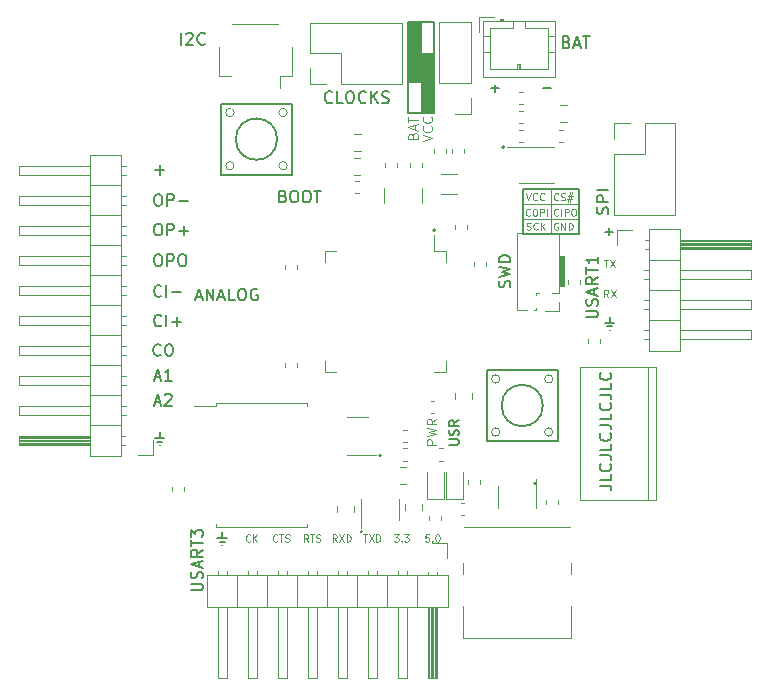
<source format=gto>
%TF.GenerationSoftware,KiCad,Pcbnew,(5.1.6-0-10_14)*%
%TF.CreationDate,2021-04-22T17:40:41-07:00*%
%TF.ProjectId,BetsyBoardBig,42657473-7942-46f6-9172-644269672e6b,rev?*%
%TF.SameCoordinates,Original*%
%TF.FileFunction,Legend,Top*%
%TF.FilePolarity,Positive*%
%FSLAX46Y46*%
G04 Gerber Fmt 4.6, Leading zero omitted, Abs format (unit mm)*
G04 Created by KiCad (PCBNEW (5.1.6-0-10_14)) date 2021-04-22 17:40:41*
%MOMM*%
%LPD*%
G01*
G04 APERTURE LIST*
%ADD10C,0.150000*%
%ADD11C,0.120000*%
%ADD12C,0.100000*%
%ADD13C,0.125000*%
G04 APERTURE END LIST*
D10*
X138650000Y-68250000D02*
X139250000Y-68250000D01*
X138950000Y-67950000D02*
X138950000Y-68550000D01*
D11*
X123161904Y-60566666D02*
X123961904Y-60300000D01*
X123161904Y-60033333D01*
X123885714Y-59309523D02*
X123923809Y-59347619D01*
X123961904Y-59461904D01*
X123961904Y-59538095D01*
X123923809Y-59652380D01*
X123847619Y-59728571D01*
X123771428Y-59766666D01*
X123619047Y-59804761D01*
X123504761Y-59804761D01*
X123352380Y-59766666D01*
X123276190Y-59728571D01*
X123200000Y-59652380D01*
X123161904Y-59538095D01*
X123161904Y-59461904D01*
X123200000Y-59347619D01*
X123238095Y-59309523D01*
X123885714Y-58509523D02*
X123923809Y-58547619D01*
X123961904Y-58661904D01*
X123961904Y-58738095D01*
X123923809Y-58852380D01*
X123847619Y-58928571D01*
X123771428Y-58966666D01*
X123619047Y-59004761D01*
X123504761Y-59004761D01*
X123352380Y-58966666D01*
X123276190Y-58928571D01*
X123200000Y-58852380D01*
X123161904Y-58738095D01*
X123161904Y-58661904D01*
X123200000Y-58547619D01*
X123238095Y-58509523D01*
X122342857Y-60090476D02*
X122380952Y-59976190D01*
X122419047Y-59938095D01*
X122495238Y-59900000D01*
X122609523Y-59900000D01*
X122685714Y-59938095D01*
X122723809Y-59976190D01*
X122761904Y-60052380D01*
X122761904Y-60357142D01*
X121961904Y-60357142D01*
X121961904Y-60090476D01*
X122000000Y-60014285D01*
X122038095Y-59976190D01*
X122114285Y-59938095D01*
X122190476Y-59938095D01*
X122266666Y-59976190D01*
X122304761Y-60014285D01*
X122342857Y-60090476D01*
X122342857Y-60357142D01*
X122533333Y-59595238D02*
X122533333Y-59214285D01*
X122761904Y-59671428D02*
X121961904Y-59404761D01*
X122761904Y-59138095D01*
X121961904Y-58985714D02*
X121961904Y-58528571D01*
X122761904Y-58757142D02*
X121961904Y-58757142D01*
D12*
G36*
X124100000Y-58200000D02*
G01*
X123000000Y-58200000D01*
X123000000Y-53100000D01*
X124100000Y-53100000D01*
X124100000Y-58200000D01*
G37*
X124100000Y-58200000D02*
X123000000Y-58200000D01*
X123000000Y-53100000D01*
X124100000Y-53100000D01*
X124100000Y-58200000D01*
G36*
X123000000Y-55600000D02*
G01*
X121900000Y-55600000D01*
X121900000Y-50500000D01*
X123000000Y-50500000D01*
X123000000Y-55600000D01*
G37*
X123000000Y-55600000D02*
X121900000Y-55600000D01*
X121900000Y-50500000D01*
X123000000Y-50500000D01*
X123000000Y-55600000D01*
D10*
X122000000Y-58200000D02*
X124100000Y-58200000D01*
X124100000Y-50500000D02*
X124100000Y-58200000D01*
X124100000Y-50500000D02*
X121900000Y-50500000D01*
X121900000Y-50500000D02*
X121900000Y-58200000D01*
X111342857Y-65228571D02*
X111485714Y-65276190D01*
X111533333Y-65323809D01*
X111580952Y-65419047D01*
X111580952Y-65561904D01*
X111533333Y-65657142D01*
X111485714Y-65704761D01*
X111390476Y-65752380D01*
X111009523Y-65752380D01*
X111009523Y-64752380D01*
X111342857Y-64752380D01*
X111438095Y-64800000D01*
X111485714Y-64847619D01*
X111533333Y-64942857D01*
X111533333Y-65038095D01*
X111485714Y-65133333D01*
X111438095Y-65180952D01*
X111342857Y-65228571D01*
X111009523Y-65228571D01*
X112200000Y-64752380D02*
X112390476Y-64752380D01*
X112485714Y-64800000D01*
X112580952Y-64895238D01*
X112628571Y-65085714D01*
X112628571Y-65419047D01*
X112580952Y-65609523D01*
X112485714Y-65704761D01*
X112390476Y-65752380D01*
X112200000Y-65752380D01*
X112104761Y-65704761D01*
X112009523Y-65609523D01*
X111961904Y-65419047D01*
X111961904Y-65085714D01*
X112009523Y-64895238D01*
X112104761Y-64800000D01*
X112200000Y-64752380D01*
X113247619Y-64752380D02*
X113438095Y-64752380D01*
X113533333Y-64800000D01*
X113628571Y-64895238D01*
X113676190Y-65085714D01*
X113676190Y-65419047D01*
X113628571Y-65609523D01*
X113533333Y-65704761D01*
X113438095Y-65752380D01*
X113247619Y-65752380D01*
X113152380Y-65704761D01*
X113057142Y-65609523D01*
X113009523Y-65419047D01*
X113009523Y-65085714D01*
X113057142Y-64895238D01*
X113152380Y-64800000D01*
X113247619Y-64752380D01*
X113961904Y-64752380D02*
X114533333Y-64752380D01*
X114247619Y-65752380D02*
X114247619Y-64752380D01*
X133400000Y-56100000D02*
X134000000Y-56100000D01*
X129300000Y-55800000D02*
X129300000Y-56400000D01*
X129000000Y-56100000D02*
X129600000Y-56100000D01*
D12*
X131700000Y-67200000D02*
X136400000Y-67200000D01*
X131700000Y-65900000D02*
X136400000Y-65900000D01*
X134000000Y-64600000D02*
X134000000Y-68400000D01*
D10*
X131700000Y-68400000D02*
X131700000Y-64600000D01*
X136400000Y-68400000D02*
X131700000Y-68400000D01*
X136400000Y-64600000D02*
X136400000Y-68400000D01*
X131700000Y-64600000D02*
X136400000Y-64600000D01*
D12*
X134622142Y-67500000D02*
X134565000Y-67471428D01*
X134479285Y-67471428D01*
X134393571Y-67500000D01*
X134336428Y-67557142D01*
X134307857Y-67614285D01*
X134279285Y-67728571D01*
X134279285Y-67814285D01*
X134307857Y-67928571D01*
X134336428Y-67985714D01*
X134393571Y-68042857D01*
X134479285Y-68071428D01*
X134536428Y-68071428D01*
X134622142Y-68042857D01*
X134650714Y-68014285D01*
X134650714Y-67814285D01*
X134536428Y-67814285D01*
X134907857Y-68071428D02*
X134907857Y-67471428D01*
X135250714Y-68071428D01*
X135250714Y-67471428D01*
X135536428Y-68071428D02*
X135536428Y-67471428D01*
X135679285Y-67471428D01*
X135765000Y-67500000D01*
X135822142Y-67557142D01*
X135850714Y-67614285D01*
X135879285Y-67728571D01*
X135879285Y-67814285D01*
X135850714Y-67928571D01*
X135822142Y-67985714D01*
X135765000Y-68042857D01*
X135679285Y-68071428D01*
X135536428Y-68071428D01*
X131979285Y-68042857D02*
X132065000Y-68071428D01*
X132207857Y-68071428D01*
X132265000Y-68042857D01*
X132293571Y-68014285D01*
X132322142Y-67957142D01*
X132322142Y-67900000D01*
X132293571Y-67842857D01*
X132265000Y-67814285D01*
X132207857Y-67785714D01*
X132093571Y-67757142D01*
X132036428Y-67728571D01*
X132007857Y-67700000D01*
X131979285Y-67642857D01*
X131979285Y-67585714D01*
X132007857Y-67528571D01*
X132036428Y-67500000D01*
X132093571Y-67471428D01*
X132236428Y-67471428D01*
X132322142Y-67500000D01*
X132922142Y-68014285D02*
X132893571Y-68042857D01*
X132807857Y-68071428D01*
X132750714Y-68071428D01*
X132665000Y-68042857D01*
X132607857Y-67985714D01*
X132579285Y-67928571D01*
X132550714Y-67814285D01*
X132550714Y-67728571D01*
X132579285Y-67614285D01*
X132607857Y-67557142D01*
X132665000Y-67500000D01*
X132750714Y-67471428D01*
X132807857Y-67471428D01*
X132893571Y-67500000D01*
X132922142Y-67528571D01*
X133179285Y-68071428D02*
X133179285Y-67471428D01*
X133522142Y-68071428D02*
X133265000Y-67728571D01*
X133522142Y-67471428D02*
X133179285Y-67814285D01*
X134650714Y-66814285D02*
X134622142Y-66842857D01*
X134536428Y-66871428D01*
X134479285Y-66871428D01*
X134393571Y-66842857D01*
X134336428Y-66785714D01*
X134307857Y-66728571D01*
X134279285Y-66614285D01*
X134279285Y-66528571D01*
X134307857Y-66414285D01*
X134336428Y-66357142D01*
X134393571Y-66300000D01*
X134479285Y-66271428D01*
X134536428Y-66271428D01*
X134622142Y-66300000D01*
X134650714Y-66328571D01*
X134907857Y-66871428D02*
X134907857Y-66271428D01*
X135193571Y-66871428D02*
X135193571Y-66271428D01*
X135422142Y-66271428D01*
X135479285Y-66300000D01*
X135507857Y-66328571D01*
X135536428Y-66385714D01*
X135536428Y-66471428D01*
X135507857Y-66528571D01*
X135479285Y-66557142D01*
X135422142Y-66585714D01*
X135193571Y-66585714D01*
X135907857Y-66271428D02*
X136022142Y-66271428D01*
X136079285Y-66300000D01*
X136136428Y-66357142D01*
X136165000Y-66471428D01*
X136165000Y-66671428D01*
X136136428Y-66785714D01*
X136079285Y-66842857D01*
X136022142Y-66871428D01*
X135907857Y-66871428D01*
X135850714Y-66842857D01*
X135793571Y-66785714D01*
X135765000Y-66671428D01*
X135765000Y-66471428D01*
X135793571Y-66357142D01*
X135850714Y-66300000D01*
X135907857Y-66271428D01*
X132250714Y-66814285D02*
X132222142Y-66842857D01*
X132136428Y-66871428D01*
X132079285Y-66871428D01*
X131993571Y-66842857D01*
X131936428Y-66785714D01*
X131907857Y-66728571D01*
X131879285Y-66614285D01*
X131879285Y-66528571D01*
X131907857Y-66414285D01*
X131936428Y-66357142D01*
X131993571Y-66300000D01*
X132079285Y-66271428D01*
X132136428Y-66271428D01*
X132222142Y-66300000D01*
X132250714Y-66328571D01*
X132622142Y-66271428D02*
X132736428Y-66271428D01*
X132793571Y-66300000D01*
X132850714Y-66357142D01*
X132879285Y-66471428D01*
X132879285Y-66671428D01*
X132850714Y-66785714D01*
X132793571Y-66842857D01*
X132736428Y-66871428D01*
X132622142Y-66871428D01*
X132565000Y-66842857D01*
X132507857Y-66785714D01*
X132479285Y-66671428D01*
X132479285Y-66471428D01*
X132507857Y-66357142D01*
X132565000Y-66300000D01*
X132622142Y-66271428D01*
X133136428Y-66871428D02*
X133136428Y-66271428D01*
X133365000Y-66271428D01*
X133422142Y-66300000D01*
X133450714Y-66328571D01*
X133479285Y-66385714D01*
X133479285Y-66471428D01*
X133450714Y-66528571D01*
X133422142Y-66557142D01*
X133365000Y-66585714D01*
X133136428Y-66585714D01*
X133736428Y-66871428D02*
X133736428Y-66271428D01*
X134650714Y-65514285D02*
X134622142Y-65542857D01*
X134536428Y-65571428D01*
X134479285Y-65571428D01*
X134393571Y-65542857D01*
X134336428Y-65485714D01*
X134307857Y-65428571D01*
X134279285Y-65314285D01*
X134279285Y-65228571D01*
X134307857Y-65114285D01*
X134336428Y-65057142D01*
X134393571Y-65000000D01*
X134479285Y-64971428D01*
X134536428Y-64971428D01*
X134622142Y-65000000D01*
X134650714Y-65028571D01*
X134879285Y-65542857D02*
X134965000Y-65571428D01*
X135107857Y-65571428D01*
X135165000Y-65542857D01*
X135193571Y-65514285D01*
X135222142Y-65457142D01*
X135222142Y-65400000D01*
X135193571Y-65342857D01*
X135165000Y-65314285D01*
X135107857Y-65285714D01*
X134993571Y-65257142D01*
X134936428Y-65228571D01*
X134907857Y-65200000D01*
X134879285Y-65142857D01*
X134879285Y-65085714D01*
X134907857Y-65028571D01*
X134936428Y-65000000D01*
X134993571Y-64971428D01*
X135136428Y-64971428D01*
X135222142Y-65000000D01*
X135450714Y-65171428D02*
X135879285Y-65171428D01*
X135622142Y-64914285D02*
X135450714Y-65685714D01*
X135822142Y-65428571D02*
X135393571Y-65428571D01*
X135650714Y-65685714D02*
X135822142Y-64914285D01*
X131922142Y-64971428D02*
X132122142Y-65571428D01*
X132322142Y-64971428D01*
X132865000Y-65514285D02*
X132836428Y-65542857D01*
X132750714Y-65571428D01*
X132693571Y-65571428D01*
X132607857Y-65542857D01*
X132550714Y-65485714D01*
X132522142Y-65428571D01*
X132493571Y-65314285D01*
X132493571Y-65228571D01*
X132522142Y-65114285D01*
X132550714Y-65057142D01*
X132607857Y-65000000D01*
X132693571Y-64971428D01*
X132750714Y-64971428D01*
X132836428Y-65000000D01*
X132865000Y-65028571D01*
X133465000Y-65514285D02*
X133436428Y-65542857D01*
X133350714Y-65571428D01*
X133293571Y-65571428D01*
X133207857Y-65542857D01*
X133150714Y-65485714D01*
X133122142Y-65428571D01*
X133093571Y-65314285D01*
X133093571Y-65228571D01*
X133122142Y-65114285D01*
X133150714Y-65057142D01*
X133207857Y-65000000D01*
X133293571Y-64971428D01*
X133350714Y-64971428D01*
X133436428Y-65000000D01*
X133465000Y-65028571D01*
D10*
X139000000Y-75450000D02*
X139000000Y-75950000D01*
X138600000Y-75950000D02*
X139400000Y-75950000D01*
X138800000Y-76250000D02*
X139200000Y-76250000D01*
X139000000Y-76550000D02*
X139000000Y-76550000D01*
D12*
X138900000Y-73771428D02*
X138700000Y-73485714D01*
X138557142Y-73771428D02*
X138557142Y-73171428D01*
X138785714Y-73171428D01*
X138842857Y-73200000D01*
X138871428Y-73228571D01*
X138900000Y-73285714D01*
X138900000Y-73371428D01*
X138871428Y-73428571D01*
X138842857Y-73457142D01*
X138785714Y-73485714D01*
X138557142Y-73485714D01*
X139100000Y-73171428D02*
X139500000Y-73771428D01*
X139500000Y-73171428D02*
X139100000Y-73771428D01*
X138542857Y-70621428D02*
X138885714Y-70621428D01*
X138714285Y-71221428D02*
X138714285Y-70621428D01*
X139028571Y-70621428D02*
X139428571Y-71221428D01*
X139428571Y-70621428D02*
X139028571Y-71221428D01*
D10*
X106200000Y-93700000D02*
X106200000Y-94200000D01*
X105800000Y-94200000D02*
X106600000Y-94200000D01*
X106000000Y-94500000D02*
X106400000Y-94500000D01*
X106200000Y-94800000D02*
X106200000Y-94800000D01*
D12*
X123714285Y-93871428D02*
X123428571Y-93871428D01*
X123400000Y-94157142D01*
X123428571Y-94128571D01*
X123485714Y-94100000D01*
X123628571Y-94100000D01*
X123685714Y-94128571D01*
X123714285Y-94157142D01*
X123742857Y-94214285D01*
X123742857Y-94357142D01*
X123714285Y-94414285D01*
X123685714Y-94442857D01*
X123628571Y-94471428D01*
X123485714Y-94471428D01*
X123428571Y-94442857D01*
X123400000Y-94414285D01*
X124000000Y-94414285D02*
X124028571Y-94442857D01*
X124000000Y-94471428D01*
X123971428Y-94442857D01*
X124000000Y-94414285D01*
X124000000Y-94471428D01*
X124400000Y-93871428D02*
X124457142Y-93871428D01*
X124514285Y-93900000D01*
X124542857Y-93928571D01*
X124571428Y-93985714D01*
X124600000Y-94100000D01*
X124600000Y-94242857D01*
X124571428Y-94357142D01*
X124542857Y-94414285D01*
X124514285Y-94442857D01*
X124457142Y-94471428D01*
X124400000Y-94471428D01*
X124342857Y-94442857D01*
X124314285Y-94414285D01*
X124285714Y-94357142D01*
X124257142Y-94242857D01*
X124257142Y-94100000D01*
X124285714Y-93985714D01*
X124314285Y-93928571D01*
X124342857Y-93900000D01*
X124400000Y-93871428D01*
X120771428Y-93871428D02*
X121142857Y-93871428D01*
X120942857Y-94100000D01*
X121028571Y-94100000D01*
X121085714Y-94128571D01*
X121114285Y-94157142D01*
X121142857Y-94214285D01*
X121142857Y-94357142D01*
X121114285Y-94414285D01*
X121085714Y-94442857D01*
X121028571Y-94471428D01*
X120857142Y-94471428D01*
X120800000Y-94442857D01*
X120771428Y-94414285D01*
X121400000Y-94414285D02*
X121428571Y-94442857D01*
X121400000Y-94471428D01*
X121371428Y-94442857D01*
X121400000Y-94414285D01*
X121400000Y-94471428D01*
X121628571Y-93871428D02*
X122000000Y-93871428D01*
X121800000Y-94100000D01*
X121885714Y-94100000D01*
X121942857Y-94128571D01*
X121971428Y-94157142D01*
X122000000Y-94214285D01*
X122000000Y-94357142D01*
X121971428Y-94414285D01*
X121942857Y-94442857D01*
X121885714Y-94471428D01*
X121714285Y-94471428D01*
X121657142Y-94442857D01*
X121628571Y-94414285D01*
X118142857Y-93871428D02*
X118485714Y-93871428D01*
X118314285Y-94471428D02*
X118314285Y-93871428D01*
X118628571Y-93871428D02*
X119028571Y-94471428D01*
X119028571Y-93871428D02*
X118628571Y-94471428D01*
X119257142Y-94471428D02*
X119257142Y-93871428D01*
X119400000Y-93871428D01*
X119485714Y-93900000D01*
X119542857Y-93957142D01*
X119571428Y-94014285D01*
X119600000Y-94128571D01*
X119600000Y-94214285D01*
X119571428Y-94328571D01*
X119542857Y-94385714D01*
X119485714Y-94442857D01*
X119400000Y-94471428D01*
X119257142Y-94471428D01*
X115900000Y-94471428D02*
X115700000Y-94185714D01*
X115557142Y-94471428D02*
X115557142Y-93871428D01*
X115785714Y-93871428D01*
X115842857Y-93900000D01*
X115871428Y-93928571D01*
X115900000Y-93985714D01*
X115900000Y-94071428D01*
X115871428Y-94128571D01*
X115842857Y-94157142D01*
X115785714Y-94185714D01*
X115557142Y-94185714D01*
X116100000Y-93871428D02*
X116500000Y-94471428D01*
X116500000Y-93871428D02*
X116100000Y-94471428D01*
X116728571Y-94471428D02*
X116728571Y-93871428D01*
X116871428Y-93871428D01*
X116957142Y-93900000D01*
X117014285Y-93957142D01*
X117042857Y-94014285D01*
X117071428Y-94128571D01*
X117071428Y-94214285D01*
X117042857Y-94328571D01*
X117014285Y-94385714D01*
X116957142Y-94442857D01*
X116871428Y-94471428D01*
X116728571Y-94471428D01*
X113471428Y-94471428D02*
X113271428Y-94185714D01*
X113128571Y-94471428D02*
X113128571Y-93871428D01*
X113357142Y-93871428D01*
X113414285Y-93900000D01*
X113442857Y-93928571D01*
X113471428Y-93985714D01*
X113471428Y-94071428D01*
X113442857Y-94128571D01*
X113414285Y-94157142D01*
X113357142Y-94185714D01*
X113128571Y-94185714D01*
X113642857Y-93871428D02*
X113985714Y-93871428D01*
X113814285Y-94471428D02*
X113814285Y-93871428D01*
X114157142Y-94442857D02*
X114242857Y-94471428D01*
X114385714Y-94471428D01*
X114442857Y-94442857D01*
X114471428Y-94414285D01*
X114500000Y-94357142D01*
X114500000Y-94300000D01*
X114471428Y-94242857D01*
X114442857Y-94214285D01*
X114385714Y-94185714D01*
X114271428Y-94157142D01*
X114214285Y-94128571D01*
X114185714Y-94100000D01*
X114157142Y-94042857D01*
X114157142Y-93985714D01*
X114185714Y-93928571D01*
X114214285Y-93900000D01*
X114271428Y-93871428D01*
X114414285Y-93871428D01*
X114500000Y-93900000D01*
X110871428Y-94414285D02*
X110842857Y-94442857D01*
X110757142Y-94471428D01*
X110700000Y-94471428D01*
X110614285Y-94442857D01*
X110557142Y-94385714D01*
X110528571Y-94328571D01*
X110500000Y-94214285D01*
X110500000Y-94128571D01*
X110528571Y-94014285D01*
X110557142Y-93957142D01*
X110614285Y-93900000D01*
X110700000Y-93871428D01*
X110757142Y-93871428D01*
X110842857Y-93900000D01*
X110871428Y-93928571D01*
X111042857Y-93871428D02*
X111385714Y-93871428D01*
X111214285Y-94471428D02*
X111214285Y-93871428D01*
X111557142Y-94442857D02*
X111642857Y-94471428D01*
X111785714Y-94471428D01*
X111842857Y-94442857D01*
X111871428Y-94414285D01*
X111900000Y-94357142D01*
X111900000Y-94300000D01*
X111871428Y-94242857D01*
X111842857Y-94214285D01*
X111785714Y-94185714D01*
X111671428Y-94157142D01*
X111614285Y-94128571D01*
X111585714Y-94100000D01*
X111557142Y-94042857D01*
X111557142Y-93985714D01*
X111585714Y-93928571D01*
X111614285Y-93900000D01*
X111671428Y-93871428D01*
X111814285Y-93871428D01*
X111900000Y-93900000D01*
X108585714Y-94414285D02*
X108557142Y-94442857D01*
X108471428Y-94471428D01*
X108414285Y-94471428D01*
X108328571Y-94442857D01*
X108271428Y-94385714D01*
X108242857Y-94328571D01*
X108214285Y-94214285D01*
X108214285Y-94128571D01*
X108242857Y-94014285D01*
X108271428Y-93957142D01*
X108328571Y-93900000D01*
X108414285Y-93871428D01*
X108471428Y-93871428D01*
X108557142Y-93900000D01*
X108585714Y-93928571D01*
X108842857Y-94471428D02*
X108842857Y-93871428D01*
X109185714Y-94471428D02*
X108928571Y-94128571D01*
X109185714Y-93871428D02*
X108842857Y-94214285D01*
D10*
X130100000Y-61100000D02*
G75*
G03*
X130100000Y-61100000I-100000J0D01*
G01*
D12*
G36*
X135175000Y-72850000D02*
G01*
X134700000Y-72850000D01*
X134700000Y-70300000D01*
X135175000Y-70300000D01*
X135175000Y-72850000D01*
G37*
X135175000Y-72850000D02*
X134700000Y-72850000D01*
X134700000Y-70300000D01*
X135175000Y-70300000D01*
X135175000Y-72850000D01*
D10*
X138854761Y-66723809D02*
X138902380Y-66580952D01*
X138902380Y-66342857D01*
X138854761Y-66247619D01*
X138807142Y-66200000D01*
X138711904Y-66152380D01*
X138616666Y-66152380D01*
X138521428Y-66200000D01*
X138473809Y-66247619D01*
X138426190Y-66342857D01*
X138378571Y-66533333D01*
X138330952Y-66628571D01*
X138283333Y-66676190D01*
X138188095Y-66723809D01*
X138092857Y-66723809D01*
X137997619Y-66676190D01*
X137950000Y-66628571D01*
X137902380Y-66533333D01*
X137902380Y-66295238D01*
X137950000Y-66152380D01*
X138902380Y-65723809D02*
X137902380Y-65723809D01*
X137902380Y-65342857D01*
X137950000Y-65247619D01*
X137997619Y-65200000D01*
X138092857Y-65152380D01*
X138235714Y-65152380D01*
X138330952Y-65200000D01*
X138378571Y-65247619D01*
X138426190Y-65342857D01*
X138426190Y-65723809D01*
X138902380Y-64723809D02*
X137902380Y-64723809D01*
X100685714Y-65052380D02*
X100876190Y-65052380D01*
X100971428Y-65100000D01*
X101066666Y-65195238D01*
X101114285Y-65385714D01*
X101114285Y-65719047D01*
X101066666Y-65909523D01*
X100971428Y-66004761D01*
X100876190Y-66052380D01*
X100685714Y-66052380D01*
X100590476Y-66004761D01*
X100495238Y-65909523D01*
X100447619Y-65719047D01*
X100447619Y-65385714D01*
X100495238Y-65195238D01*
X100590476Y-65100000D01*
X100685714Y-65052380D01*
X101542857Y-66052380D02*
X101542857Y-65052380D01*
X101923809Y-65052380D01*
X102019047Y-65100000D01*
X102066666Y-65147619D01*
X102114285Y-65242857D01*
X102114285Y-65385714D01*
X102066666Y-65480952D01*
X102019047Y-65528571D01*
X101923809Y-65576190D01*
X101542857Y-65576190D01*
X102542857Y-65671428D02*
X103304761Y-65671428D01*
X100685714Y-67552380D02*
X100876190Y-67552380D01*
X100971428Y-67600000D01*
X101066666Y-67695238D01*
X101114285Y-67885714D01*
X101114285Y-68219047D01*
X101066666Y-68409523D01*
X100971428Y-68504761D01*
X100876190Y-68552380D01*
X100685714Y-68552380D01*
X100590476Y-68504761D01*
X100495238Y-68409523D01*
X100447619Y-68219047D01*
X100447619Y-67885714D01*
X100495238Y-67695238D01*
X100590476Y-67600000D01*
X100685714Y-67552380D01*
X101542857Y-68552380D02*
X101542857Y-67552380D01*
X101923809Y-67552380D01*
X102019047Y-67600000D01*
X102066666Y-67647619D01*
X102114285Y-67742857D01*
X102114285Y-67885714D01*
X102066666Y-67980952D01*
X102019047Y-68028571D01*
X101923809Y-68076190D01*
X101542857Y-68076190D01*
X102542857Y-68171428D02*
X103304761Y-68171428D01*
X102923809Y-68552380D02*
X102923809Y-67790476D01*
X100680952Y-70152380D02*
X100871428Y-70152380D01*
X100966666Y-70200000D01*
X101061904Y-70295238D01*
X101109523Y-70485714D01*
X101109523Y-70819047D01*
X101061904Y-71009523D01*
X100966666Y-71104761D01*
X100871428Y-71152380D01*
X100680952Y-71152380D01*
X100585714Y-71104761D01*
X100490476Y-71009523D01*
X100442857Y-70819047D01*
X100442857Y-70485714D01*
X100490476Y-70295238D01*
X100585714Y-70200000D01*
X100680952Y-70152380D01*
X101538095Y-71152380D02*
X101538095Y-70152380D01*
X101919047Y-70152380D01*
X102014285Y-70200000D01*
X102061904Y-70247619D01*
X102109523Y-70342857D01*
X102109523Y-70485714D01*
X102061904Y-70580952D01*
X102014285Y-70628571D01*
X101919047Y-70676190D01*
X101538095Y-70676190D01*
X102728571Y-70152380D02*
X102919047Y-70152380D01*
X103014285Y-70200000D01*
X103109523Y-70295238D01*
X103157142Y-70485714D01*
X103157142Y-70819047D01*
X103109523Y-71009523D01*
X103014285Y-71104761D01*
X102919047Y-71152380D01*
X102728571Y-71152380D01*
X102633333Y-71104761D01*
X102538095Y-71009523D01*
X102490476Y-70819047D01*
X102490476Y-70485714D01*
X102538095Y-70295238D01*
X102633333Y-70200000D01*
X102728571Y-70152380D01*
X101052380Y-73657142D02*
X101004761Y-73704761D01*
X100861904Y-73752380D01*
X100766666Y-73752380D01*
X100623809Y-73704761D01*
X100528571Y-73609523D01*
X100480952Y-73514285D01*
X100433333Y-73323809D01*
X100433333Y-73180952D01*
X100480952Y-72990476D01*
X100528571Y-72895238D01*
X100623809Y-72800000D01*
X100766666Y-72752380D01*
X100861904Y-72752380D01*
X101004761Y-72800000D01*
X101052380Y-72847619D01*
X101480952Y-73752380D02*
X101480952Y-72752380D01*
X101957142Y-73371428D02*
X102719047Y-73371428D01*
X101052380Y-76157142D02*
X101004761Y-76204761D01*
X100861904Y-76252380D01*
X100766666Y-76252380D01*
X100623809Y-76204761D01*
X100528571Y-76109523D01*
X100480952Y-76014285D01*
X100433333Y-75823809D01*
X100433333Y-75680952D01*
X100480952Y-75490476D01*
X100528571Y-75395238D01*
X100623809Y-75300000D01*
X100766666Y-75252380D01*
X100861904Y-75252380D01*
X101004761Y-75300000D01*
X101052380Y-75347619D01*
X101480952Y-76252380D02*
X101480952Y-75252380D01*
X101957142Y-75871428D02*
X102719047Y-75871428D01*
X102338095Y-76252380D02*
X102338095Y-75490476D01*
X100985714Y-78657142D02*
X100938095Y-78704761D01*
X100795238Y-78752380D01*
X100700000Y-78752380D01*
X100557142Y-78704761D01*
X100461904Y-78609523D01*
X100414285Y-78514285D01*
X100366666Y-78323809D01*
X100366666Y-78180952D01*
X100414285Y-77990476D01*
X100461904Y-77895238D01*
X100557142Y-77800000D01*
X100700000Y-77752380D01*
X100795238Y-77752380D01*
X100938095Y-77800000D01*
X100985714Y-77847619D01*
X101604761Y-77752380D02*
X101795238Y-77752380D01*
X101890476Y-77800000D01*
X101985714Y-77895238D01*
X102033333Y-78085714D01*
X102033333Y-78419047D01*
X101985714Y-78609523D01*
X101890476Y-78704761D01*
X101795238Y-78752380D01*
X101604761Y-78752380D01*
X101509523Y-78704761D01*
X101414285Y-78609523D01*
X101366666Y-78419047D01*
X101366666Y-78085714D01*
X101414285Y-77895238D01*
X101509523Y-77800000D01*
X101604761Y-77752380D01*
X100485714Y-82666666D02*
X100961904Y-82666666D01*
X100390476Y-82952380D02*
X100723809Y-81952380D01*
X101057142Y-82952380D01*
X101342857Y-82047619D02*
X101390476Y-82000000D01*
X101485714Y-81952380D01*
X101723809Y-81952380D01*
X101819047Y-82000000D01*
X101866666Y-82047619D01*
X101914285Y-82142857D01*
X101914285Y-82238095D01*
X101866666Y-82380952D01*
X101295238Y-82952380D01*
X101914285Y-82952380D01*
X100485714Y-80566666D02*
X100961904Y-80566666D01*
X100390476Y-80852380D02*
X100723809Y-79852380D01*
X101057142Y-80852380D01*
X101914285Y-80852380D02*
X101342857Y-80852380D01*
X101628571Y-80852380D02*
X101628571Y-79852380D01*
X101533333Y-79995238D01*
X101438095Y-80090476D01*
X101342857Y-80138095D01*
X100900000Y-86300000D02*
X100900000Y-86300000D01*
X100700000Y-86000000D02*
X101100000Y-86000000D01*
X100500000Y-85700000D02*
X101300000Y-85700000D01*
X100900000Y-85200000D02*
X100900000Y-85700000D01*
X100900000Y-62600000D02*
X100900000Y-63400000D01*
X100500000Y-63000000D02*
X101300000Y-63000000D01*
X138152380Y-89744047D02*
X138866666Y-89744047D01*
X139009523Y-89791666D01*
X139104761Y-89886904D01*
X139152380Y-90029761D01*
X139152380Y-90125000D01*
X139152380Y-88791666D02*
X139152380Y-89267857D01*
X138152380Y-89267857D01*
X139057142Y-87886904D02*
X139104761Y-87934523D01*
X139152380Y-88077380D01*
X139152380Y-88172619D01*
X139104761Y-88315476D01*
X139009523Y-88410714D01*
X138914285Y-88458333D01*
X138723809Y-88505952D01*
X138580952Y-88505952D01*
X138390476Y-88458333D01*
X138295238Y-88410714D01*
X138200000Y-88315476D01*
X138152380Y-88172619D01*
X138152380Y-88077380D01*
X138200000Y-87934523D01*
X138247619Y-87886904D01*
X138152380Y-87172619D02*
X138866666Y-87172619D01*
X139009523Y-87220238D01*
X139104761Y-87315476D01*
X139152380Y-87458333D01*
X139152380Y-87553571D01*
X139152380Y-86220238D02*
X139152380Y-86696428D01*
X138152380Y-86696428D01*
X139057142Y-85315476D02*
X139104761Y-85363095D01*
X139152380Y-85505952D01*
X139152380Y-85601190D01*
X139104761Y-85744047D01*
X139009523Y-85839285D01*
X138914285Y-85886904D01*
X138723809Y-85934523D01*
X138580952Y-85934523D01*
X138390476Y-85886904D01*
X138295238Y-85839285D01*
X138200000Y-85744047D01*
X138152380Y-85601190D01*
X138152380Y-85505952D01*
X138200000Y-85363095D01*
X138247619Y-85315476D01*
X138152380Y-84601190D02*
X138866666Y-84601190D01*
X139009523Y-84648809D01*
X139104761Y-84744047D01*
X139152380Y-84886904D01*
X139152380Y-84982142D01*
X139152380Y-83648809D02*
X139152380Y-84125000D01*
X138152380Y-84125000D01*
X139057142Y-82744047D02*
X139104761Y-82791666D01*
X139152380Y-82934523D01*
X139152380Y-83029761D01*
X139104761Y-83172619D01*
X139009523Y-83267857D01*
X138914285Y-83315476D01*
X138723809Y-83363095D01*
X138580952Y-83363095D01*
X138390476Y-83315476D01*
X138295238Y-83267857D01*
X138200000Y-83172619D01*
X138152380Y-83029761D01*
X138152380Y-82934523D01*
X138200000Y-82791666D01*
X138247619Y-82744047D01*
X138152380Y-82029761D02*
X138866666Y-82029761D01*
X139009523Y-82077380D01*
X139104761Y-82172619D01*
X139152380Y-82315476D01*
X139152380Y-82410714D01*
X139152380Y-81077380D02*
X139152380Y-81553571D01*
X138152380Y-81553571D01*
X139057142Y-80172619D02*
X139104761Y-80220238D01*
X139152380Y-80363095D01*
X139152380Y-80458333D01*
X139104761Y-80601190D01*
X139009523Y-80696428D01*
X138914285Y-80744047D01*
X138723809Y-80791666D01*
X138580952Y-80791666D01*
X138390476Y-80744047D01*
X138295238Y-80696428D01*
X138200000Y-80601190D01*
X138152380Y-80458333D01*
X138152380Y-80363095D01*
X138200000Y-80220238D01*
X138247619Y-80172619D01*
X118033800Y-93649800D02*
G75*
G03*
X118033800Y-93649800I-76200J0D01*
G01*
X119634000Y-87172800D02*
G75*
G03*
X119634000Y-87172800I-76200J0D01*
G01*
X132742000Y-89542200D02*
G75*
G03*
X132742000Y-89542200I-76200J0D01*
G01*
X130554761Y-72957142D02*
X130602380Y-72814285D01*
X130602380Y-72576190D01*
X130554761Y-72480952D01*
X130507142Y-72433333D01*
X130411904Y-72385714D01*
X130316666Y-72385714D01*
X130221428Y-72433333D01*
X130173809Y-72480952D01*
X130126190Y-72576190D01*
X130078571Y-72766666D01*
X130030952Y-72861904D01*
X129983333Y-72909523D01*
X129888095Y-72957142D01*
X129792857Y-72957142D01*
X129697619Y-72909523D01*
X129650000Y-72861904D01*
X129602380Y-72766666D01*
X129602380Y-72528571D01*
X129650000Y-72385714D01*
X129602380Y-72052380D02*
X130602380Y-71814285D01*
X129888095Y-71623809D01*
X130602380Y-71433333D01*
X129602380Y-71195238D01*
X130602380Y-70814285D02*
X129602380Y-70814285D01*
X129602380Y-70576190D01*
X129650000Y-70433333D01*
X129745238Y-70338095D01*
X129840476Y-70290476D01*
X130030952Y-70242857D01*
X130173809Y-70242857D01*
X130364285Y-70290476D01*
X130459523Y-70338095D01*
X130554761Y-70433333D01*
X130602380Y-70576190D01*
X130602380Y-70814285D01*
X137002380Y-75497619D02*
X137811904Y-75497619D01*
X137907142Y-75450000D01*
X137954761Y-75402380D01*
X138002380Y-75307142D01*
X138002380Y-75116666D01*
X137954761Y-75021428D01*
X137907142Y-74973809D01*
X137811904Y-74926190D01*
X137002380Y-74926190D01*
X137954761Y-74497619D02*
X138002380Y-74354761D01*
X138002380Y-74116666D01*
X137954761Y-74021428D01*
X137907142Y-73973809D01*
X137811904Y-73926190D01*
X137716666Y-73926190D01*
X137621428Y-73973809D01*
X137573809Y-74021428D01*
X137526190Y-74116666D01*
X137478571Y-74307142D01*
X137430952Y-74402380D01*
X137383333Y-74450000D01*
X137288095Y-74497619D01*
X137192857Y-74497619D01*
X137097619Y-74450000D01*
X137050000Y-74402380D01*
X137002380Y-74307142D01*
X137002380Y-74069047D01*
X137050000Y-73926190D01*
X137716666Y-73545238D02*
X137716666Y-73069047D01*
X138002380Y-73640476D02*
X137002380Y-73307142D01*
X138002380Y-72973809D01*
X138002380Y-72069047D02*
X137526190Y-72402380D01*
X138002380Y-72640476D02*
X137002380Y-72640476D01*
X137002380Y-72259523D01*
X137050000Y-72164285D01*
X137097619Y-72116666D01*
X137192857Y-72069047D01*
X137335714Y-72069047D01*
X137430952Y-72116666D01*
X137478571Y-72164285D01*
X137526190Y-72259523D01*
X137526190Y-72640476D01*
X137002380Y-71783333D02*
X137002380Y-71211904D01*
X138002380Y-71497619D02*
X137002380Y-71497619D01*
X138002380Y-70354761D02*
X138002380Y-70926190D01*
X138002380Y-70640476D02*
X137002380Y-70640476D01*
X137145238Y-70735714D01*
X137240476Y-70830952D01*
X137288095Y-70926190D01*
X103552380Y-98597619D02*
X104361904Y-98597619D01*
X104457142Y-98550000D01*
X104504761Y-98502380D01*
X104552380Y-98407142D01*
X104552380Y-98216666D01*
X104504761Y-98121428D01*
X104457142Y-98073809D01*
X104361904Y-98026190D01*
X103552380Y-98026190D01*
X104504761Y-97597619D02*
X104552380Y-97454761D01*
X104552380Y-97216666D01*
X104504761Y-97121428D01*
X104457142Y-97073809D01*
X104361904Y-97026190D01*
X104266666Y-97026190D01*
X104171428Y-97073809D01*
X104123809Y-97121428D01*
X104076190Y-97216666D01*
X104028571Y-97407142D01*
X103980952Y-97502380D01*
X103933333Y-97550000D01*
X103838095Y-97597619D01*
X103742857Y-97597619D01*
X103647619Y-97550000D01*
X103600000Y-97502380D01*
X103552380Y-97407142D01*
X103552380Y-97169047D01*
X103600000Y-97026190D01*
X104266666Y-96645238D02*
X104266666Y-96169047D01*
X104552380Y-96740476D02*
X103552380Y-96407142D01*
X104552380Y-96073809D01*
X104552380Y-95169047D02*
X104076190Y-95502380D01*
X104552380Y-95740476D02*
X103552380Y-95740476D01*
X103552380Y-95359523D01*
X103600000Y-95264285D01*
X103647619Y-95216666D01*
X103742857Y-95169047D01*
X103885714Y-95169047D01*
X103980952Y-95216666D01*
X104028571Y-95264285D01*
X104076190Y-95359523D01*
X104076190Y-95740476D01*
X103552380Y-94883333D02*
X103552380Y-94311904D01*
X104552380Y-94597619D02*
X103552380Y-94597619D01*
X103552380Y-94073809D02*
X103552380Y-93454761D01*
X103933333Y-93788095D01*
X103933333Y-93645238D01*
X103980952Y-93550000D01*
X104028571Y-93502380D01*
X104123809Y-93454761D01*
X104361904Y-93454761D01*
X104457142Y-93502380D01*
X104504761Y-93550000D01*
X104552380Y-93645238D01*
X104552380Y-93930952D01*
X104504761Y-94026190D01*
X104457142Y-94073809D01*
X103980952Y-73766666D02*
X104457142Y-73766666D01*
X103885714Y-74052380D02*
X104219047Y-73052380D01*
X104552380Y-74052380D01*
X104885714Y-74052380D02*
X104885714Y-73052380D01*
X105457142Y-74052380D01*
X105457142Y-73052380D01*
X105885714Y-73766666D02*
X106361904Y-73766666D01*
X105790476Y-74052380D02*
X106123809Y-73052380D01*
X106457142Y-74052380D01*
X107266666Y-74052380D02*
X106790476Y-74052380D01*
X106790476Y-73052380D01*
X107790476Y-73052380D02*
X107980952Y-73052380D01*
X108076190Y-73100000D01*
X108171428Y-73195238D01*
X108219047Y-73385714D01*
X108219047Y-73719047D01*
X108171428Y-73909523D01*
X108076190Y-74004761D01*
X107980952Y-74052380D01*
X107790476Y-74052380D01*
X107695238Y-74004761D01*
X107600000Y-73909523D01*
X107552380Y-73719047D01*
X107552380Y-73385714D01*
X107600000Y-73195238D01*
X107695238Y-73100000D01*
X107790476Y-73052380D01*
X109171428Y-73100000D02*
X109076190Y-73052380D01*
X108933333Y-73052380D01*
X108790476Y-73100000D01*
X108695238Y-73195238D01*
X108647619Y-73290476D01*
X108600000Y-73480952D01*
X108600000Y-73623809D01*
X108647619Y-73814285D01*
X108695238Y-73909523D01*
X108790476Y-74004761D01*
X108933333Y-74052380D01*
X109028571Y-74052380D01*
X109171428Y-74004761D01*
X109219047Y-73957142D01*
X109219047Y-73623809D01*
X109028571Y-73623809D01*
D13*
X124311904Y-86266666D02*
X123511904Y-86266666D01*
X123511904Y-85961904D01*
X123550000Y-85885714D01*
X123588095Y-85847619D01*
X123664285Y-85809523D01*
X123778571Y-85809523D01*
X123854761Y-85847619D01*
X123892857Y-85885714D01*
X123930952Y-85961904D01*
X123930952Y-86266666D01*
X123511904Y-85542857D02*
X124311904Y-85352380D01*
X123740476Y-85200000D01*
X124311904Y-85047619D01*
X123511904Y-84857142D01*
X124311904Y-84095238D02*
X123930952Y-84361904D01*
X124311904Y-84552380D02*
X123511904Y-84552380D01*
X123511904Y-84247619D01*
X123550000Y-84171428D01*
X123588095Y-84133333D01*
X123664285Y-84095238D01*
X123778571Y-84095238D01*
X123854761Y-84133333D01*
X123892857Y-84171428D01*
X123930952Y-84247619D01*
X123930952Y-84552380D01*
D10*
X125411904Y-86259523D02*
X126059523Y-86259523D01*
X126135714Y-86221428D01*
X126173809Y-86183333D01*
X126211904Y-86107142D01*
X126211904Y-85954761D01*
X126173809Y-85878571D01*
X126135714Y-85840476D01*
X126059523Y-85802380D01*
X125411904Y-85802380D01*
X126173809Y-85459523D02*
X126211904Y-85345238D01*
X126211904Y-85154761D01*
X126173809Y-85078571D01*
X126135714Y-85040476D01*
X126059523Y-85002380D01*
X125983333Y-85002380D01*
X125907142Y-85040476D01*
X125869047Y-85078571D01*
X125830952Y-85154761D01*
X125792857Y-85307142D01*
X125754761Y-85383333D01*
X125716666Y-85421428D01*
X125640476Y-85459523D01*
X125564285Y-85459523D01*
X125488095Y-85421428D01*
X125450000Y-85383333D01*
X125411904Y-85307142D01*
X125411904Y-85116666D01*
X125450000Y-85002380D01*
X126211904Y-84202380D02*
X125830952Y-84469047D01*
X126211904Y-84659523D02*
X125411904Y-84659523D01*
X125411904Y-84354761D01*
X125450000Y-84278571D01*
X125488095Y-84240476D01*
X125564285Y-84202380D01*
X125678571Y-84202380D01*
X125754761Y-84240476D01*
X125792857Y-84278571D01*
X125830952Y-84354761D01*
X125830952Y-84659523D01*
X135355104Y-52176371D02*
X135497961Y-52223990D01*
X135545580Y-52271609D01*
X135593200Y-52366847D01*
X135593200Y-52509704D01*
X135545580Y-52604942D01*
X135497961Y-52652561D01*
X135402723Y-52700180D01*
X135021771Y-52700180D01*
X135021771Y-51700180D01*
X135355104Y-51700180D01*
X135450342Y-51747800D01*
X135497961Y-51795419D01*
X135545580Y-51890657D01*
X135545580Y-51985895D01*
X135497961Y-52081133D01*
X135450342Y-52128752D01*
X135355104Y-52176371D01*
X135021771Y-52176371D01*
X135974152Y-52414466D02*
X136450342Y-52414466D01*
X135878914Y-52700180D02*
X136212247Y-51700180D01*
X136545580Y-52700180D01*
X136736057Y-51700180D02*
X137307485Y-51700180D01*
X137021771Y-52700180D02*
X137021771Y-51700180D01*
X115504761Y-57257142D02*
X115457142Y-57304761D01*
X115314285Y-57352380D01*
X115219047Y-57352380D01*
X115076190Y-57304761D01*
X114980952Y-57209523D01*
X114933333Y-57114285D01*
X114885714Y-56923809D01*
X114885714Y-56780952D01*
X114933333Y-56590476D01*
X114980952Y-56495238D01*
X115076190Y-56400000D01*
X115219047Y-56352380D01*
X115314285Y-56352380D01*
X115457142Y-56400000D01*
X115504761Y-56447619D01*
X116409523Y-57352380D02*
X115933333Y-57352380D01*
X115933333Y-56352380D01*
X116933333Y-56352380D02*
X117123809Y-56352380D01*
X117219047Y-56400000D01*
X117314285Y-56495238D01*
X117361904Y-56685714D01*
X117361904Y-57019047D01*
X117314285Y-57209523D01*
X117219047Y-57304761D01*
X117123809Y-57352380D01*
X116933333Y-57352380D01*
X116838095Y-57304761D01*
X116742857Y-57209523D01*
X116695238Y-57019047D01*
X116695238Y-56685714D01*
X116742857Y-56495238D01*
X116838095Y-56400000D01*
X116933333Y-56352380D01*
X118361904Y-57257142D02*
X118314285Y-57304761D01*
X118171428Y-57352380D01*
X118076190Y-57352380D01*
X117933333Y-57304761D01*
X117838095Y-57209523D01*
X117790476Y-57114285D01*
X117742857Y-56923809D01*
X117742857Y-56780952D01*
X117790476Y-56590476D01*
X117838095Y-56495238D01*
X117933333Y-56400000D01*
X118076190Y-56352380D01*
X118171428Y-56352380D01*
X118314285Y-56400000D01*
X118361904Y-56447619D01*
X118790476Y-57352380D02*
X118790476Y-56352380D01*
X119361904Y-57352380D02*
X118933333Y-56780952D01*
X119361904Y-56352380D02*
X118790476Y-56923809D01*
X119742857Y-57304761D02*
X119885714Y-57352380D01*
X120123809Y-57352380D01*
X120219047Y-57304761D01*
X120266666Y-57257142D01*
X120314285Y-57161904D01*
X120314285Y-57066666D01*
X120266666Y-56971428D01*
X120219047Y-56923809D01*
X120123809Y-56876190D01*
X119933333Y-56828571D01*
X119838095Y-56780952D01*
X119790476Y-56733333D01*
X119742857Y-56638095D01*
X119742857Y-56542857D01*
X119790476Y-56447619D01*
X119838095Y-56400000D01*
X119933333Y-56352380D01*
X120171428Y-56352380D01*
X120314285Y-56400000D01*
X102723809Y-52402380D02*
X102723809Y-51402380D01*
X103152380Y-51497619D02*
X103200000Y-51450000D01*
X103295238Y-51402380D01*
X103533333Y-51402380D01*
X103628571Y-51450000D01*
X103676190Y-51497619D01*
X103723809Y-51592857D01*
X103723809Y-51688095D01*
X103676190Y-51830952D01*
X103104761Y-52402380D01*
X103723809Y-52402380D01*
X104723809Y-52307142D02*
X104676190Y-52354761D01*
X104533333Y-52402380D01*
X104438095Y-52402380D01*
X104295238Y-52354761D01*
X104200000Y-52259523D01*
X104152380Y-52164285D01*
X104104761Y-51973809D01*
X104104761Y-51830952D01*
X104152380Y-51640476D01*
X104200000Y-51545238D01*
X104295238Y-51450000D01*
X104438095Y-51402380D01*
X104533333Y-51402380D01*
X104676190Y-51450000D01*
X104723809Y-51497619D01*
X124250000Y-68100000D02*
G75*
G03*
X124250000Y-68100000I-100000J0D01*
G01*
D11*
%TO.C,J8*%
X142250000Y-79650000D02*
X142250000Y-90950000D01*
X136500000Y-79650000D02*
X142950000Y-79650000D01*
X136500000Y-90950000D02*
X142950000Y-90950000D01*
X136500000Y-90950000D02*
X136500000Y-79650000D01*
X142950000Y-79650000D02*
X142950000Y-90950000D01*
D10*
%TO.C,SW2*%
X110850000Y-60400000D02*
G75*
G03*
X110850000Y-60400000I-1750000J0D01*
G01*
X112100000Y-63400000D02*
X106100000Y-63400000D01*
X106100000Y-57400000D02*
X112100000Y-57400000D01*
X112100000Y-57400000D02*
X112100000Y-63400000D01*
X106100000Y-63400000D02*
X106100000Y-57400000D01*
D11*
X111703553Y-62650000D02*
G75*
G03*
X111703553Y-62650000I-353553J0D01*
G01*
X107203553Y-62650000D02*
G75*
G03*
X107203553Y-62650000I-353553J0D01*
G01*
X111703553Y-58150000D02*
G75*
G03*
X111703553Y-58150000I-353553J0D01*
G01*
X107203553Y-58150000D02*
G75*
G03*
X107203553Y-58150000I-353553J0D01*
G01*
D10*
%TO.C,SW3*%
X133350000Y-82950000D02*
G75*
G03*
X133350000Y-82950000I-1750000J0D01*
G01*
X134600000Y-79950000D02*
X134600000Y-85950000D01*
X128600000Y-85950000D02*
X128600000Y-79950000D01*
X128600000Y-79950000D02*
X134600000Y-79950000D01*
X134600000Y-85950000D02*
X128600000Y-85950000D01*
D11*
X134203553Y-80700000D02*
G75*
G03*
X134203553Y-80700000I-353553J0D01*
G01*
X134203553Y-85200000D02*
G75*
G03*
X134203553Y-85200000I-353553J0D01*
G01*
X129703553Y-80700000D02*
G75*
G03*
X129703553Y-80700000I-353553J0D01*
G01*
X129703553Y-85200000D02*
G75*
G03*
X129703553Y-85200000I-353553J0D01*
G01*
%TO.C,R9*%
X126990000Y-89562779D02*
X126990000Y-89237221D01*
X128010000Y-89562779D02*
X128010000Y-89237221D01*
%TO.C,R8*%
X133640000Y-91262779D02*
X133640000Y-90937221D01*
X134660000Y-91262779D02*
X134660000Y-90937221D01*
%TO.C,J3*%
X126580000Y-102630000D02*
X135770000Y-102630000D01*
X126700000Y-93220000D02*
X135650000Y-93220000D01*
X135770000Y-99900000D02*
X135770000Y-102630000D01*
X126580000Y-99900000D02*
X126580000Y-102630000D01*
X135770000Y-96300000D02*
X135770000Y-97200000D01*
X126580000Y-96300000D02*
X126580000Y-97200000D01*
%TO.C,J9*%
X139630000Y-68080000D02*
X140900000Y-68080000D01*
X139630000Y-69350000D02*
X139630000Y-68080000D01*
X141942929Y-77350000D02*
X142340000Y-77350000D01*
X141942929Y-76590000D02*
X142340000Y-76590000D01*
X151000000Y-77350000D02*
X145000000Y-77350000D01*
X151000000Y-76590000D02*
X151000000Y-77350000D01*
X145000000Y-76590000D02*
X151000000Y-76590000D01*
X142340000Y-75700000D02*
X145000000Y-75700000D01*
X141942929Y-74810000D02*
X142340000Y-74810000D01*
X141942929Y-74050000D02*
X142340000Y-74050000D01*
X151000000Y-74810000D02*
X145000000Y-74810000D01*
X151000000Y-74050000D02*
X151000000Y-74810000D01*
X145000000Y-74050000D02*
X151000000Y-74050000D01*
X142340000Y-73160000D02*
X145000000Y-73160000D01*
X141942929Y-72270000D02*
X142340000Y-72270000D01*
X141942929Y-71510000D02*
X142340000Y-71510000D01*
X151000000Y-72270000D02*
X145000000Y-72270000D01*
X151000000Y-71510000D02*
X151000000Y-72270000D01*
X145000000Y-71510000D02*
X151000000Y-71510000D01*
X142340000Y-70620000D02*
X145000000Y-70620000D01*
X142010000Y-69730000D02*
X142340000Y-69730000D01*
X142010000Y-68970000D02*
X142340000Y-68970000D01*
X145000000Y-69630000D02*
X151000000Y-69630000D01*
X145000000Y-69510000D02*
X151000000Y-69510000D01*
X145000000Y-69390000D02*
X151000000Y-69390000D01*
X145000000Y-69270000D02*
X151000000Y-69270000D01*
X145000000Y-69150000D02*
X151000000Y-69150000D01*
X145000000Y-69030000D02*
X151000000Y-69030000D01*
X151000000Y-69730000D02*
X145000000Y-69730000D01*
X151000000Y-68970000D02*
X151000000Y-69730000D01*
X145000000Y-68970000D02*
X151000000Y-68970000D01*
X145000000Y-68020000D02*
X142340000Y-68020000D01*
X145000000Y-78300000D02*
X145000000Y-68020000D01*
X142340000Y-78300000D02*
X145000000Y-78300000D01*
X142340000Y-68020000D02*
X142340000Y-78300000D01*
%TO.C,U3*%
X134300000Y-61100000D02*
X130300000Y-61100000D01*
X134300000Y-64100000D02*
X131300000Y-64100000D01*
%TO.C,R3*%
X135062779Y-59590000D02*
X134737221Y-59590000D01*
X135062779Y-60610000D02*
X134737221Y-60610000D01*
%TO.C,R2*%
X131662779Y-57990000D02*
X131337221Y-57990000D01*
X131662779Y-59010000D02*
X131337221Y-59010000D01*
%TO.C,R1*%
X131662779Y-56415000D02*
X131337221Y-56415000D01*
X131662779Y-57435000D02*
X131337221Y-57435000D01*
%TO.C,C12*%
X134841422Y-58910000D02*
X135358578Y-58910000D01*
X134841422Y-57490000D02*
X135358578Y-57490000D01*
%TO.C,C11*%
X131662779Y-59590000D02*
X131337221Y-59590000D01*
X131662779Y-60610000D02*
X131337221Y-60610000D01*
%TO.C,P2*%
X134680000Y-74910000D02*
X133550000Y-74910000D01*
X134680000Y-74150000D02*
X134680000Y-74910000D01*
X131972470Y-74845000D02*
X131150000Y-74845000D01*
X132790000Y-74845000D02*
X132587530Y-74845000D01*
X132790000Y-74713471D02*
X132790000Y-74845000D01*
X132790000Y-73443471D02*
X132790000Y-73586529D01*
X132986529Y-73390000D02*
X132843471Y-73390000D01*
X134680000Y-73390000D02*
X134113471Y-73390000D01*
X131150000Y-74845000D02*
X131150000Y-68375000D01*
X134680000Y-73390000D02*
X134680000Y-68375000D01*
X133242470Y-68375000D02*
X132587530Y-68375000D01*
X131972470Y-68375000D02*
X131150000Y-68375000D01*
X134680000Y-68375000D02*
X133857530Y-68375000D01*
%TO.C,C3*%
X121758578Y-89560000D02*
X121241422Y-89560000D01*
X121758578Y-88140000D02*
X121241422Y-88140000D01*
%TO.C,J1*%
X121410000Y-55730000D02*
X121410000Y-50530000D01*
X116270000Y-55730000D02*
X121410000Y-55730000D01*
X113670000Y-50530000D02*
X121410000Y-50530000D01*
X116270000Y-55730000D02*
X116270000Y-53130000D01*
X116270000Y-53130000D02*
X113670000Y-53130000D01*
X113670000Y-53130000D02*
X113670000Y-50530000D01*
X115000000Y-55730000D02*
X113670000Y-55730000D01*
X113670000Y-55730000D02*
X113670000Y-54400000D01*
%TO.C,J2*%
X139370000Y-66810000D02*
X144570000Y-66810000D01*
X139370000Y-61670000D02*
X139370000Y-66810000D01*
X144570000Y-59070000D02*
X144570000Y-66810000D01*
X139370000Y-61670000D02*
X141970000Y-61670000D01*
X141970000Y-61670000D02*
X141970000Y-59070000D01*
X141970000Y-59070000D02*
X144570000Y-59070000D01*
X139370000Y-60400000D02*
X139370000Y-59070000D01*
X139370000Y-59070000D02*
X140700000Y-59070000D01*
%TO.C,SW1*%
X127230000Y-50490000D02*
X124570000Y-50490000D01*
X127230000Y-55630000D02*
X127230000Y-50490000D01*
X124570000Y-55630000D02*
X124570000Y-50490000D01*
X127230000Y-55630000D02*
X124570000Y-55630000D01*
X127230000Y-56900000D02*
X127230000Y-58230000D01*
X127230000Y-58230000D02*
X125900000Y-58230000D01*
%TO.C,P1*%
X127940000Y-50090000D02*
X127940000Y-51340000D01*
X129190000Y-50090000D02*
X127940000Y-50090000D01*
X131300000Y-54500000D02*
X131300000Y-54000000D01*
X131400000Y-54000000D02*
X131400000Y-54500000D01*
X131200000Y-54000000D02*
X131400000Y-54000000D01*
X131200000Y-54500000D02*
X131200000Y-54000000D01*
X134360000Y-53000000D02*
X133750000Y-53000000D01*
X134360000Y-51700000D02*
X133750000Y-51700000D01*
X128240000Y-53000000D02*
X128850000Y-53000000D01*
X128240000Y-51700000D02*
X128850000Y-51700000D01*
X131800000Y-51000000D02*
X131800000Y-50390000D01*
X133750000Y-51000000D02*
X131800000Y-51000000D01*
X133750000Y-54500000D02*
X133750000Y-51000000D01*
X128850000Y-54500000D02*
X133750000Y-54500000D01*
X128850000Y-51000000D02*
X128850000Y-54500000D01*
X130800000Y-51000000D02*
X128850000Y-51000000D01*
X130800000Y-50390000D02*
X130800000Y-51000000D01*
X130000000Y-50290000D02*
X129700000Y-50290000D01*
X129700000Y-50190000D02*
X129700000Y-50390000D01*
X130000000Y-50190000D02*
X129700000Y-50190000D01*
X130000000Y-50390000D02*
X130000000Y-50190000D01*
X134360000Y-50390000D02*
X128240000Y-50390000D01*
X134360000Y-55110000D02*
X134360000Y-50390000D01*
X128240000Y-55110000D02*
X134360000Y-55110000D01*
X128240000Y-50390000D02*
X128240000Y-55110000D01*
%TO.C,C20*%
X101953600Y-89829421D02*
X101953600Y-90154979D01*
X102973600Y-89829421D02*
X102973600Y-90154979D01*
%TO.C,C5*%
X117368822Y-63397200D02*
X117885978Y-63397200D01*
X117368822Y-61977200D02*
X117885978Y-61977200D01*
%TO.C,U5*%
X118550000Y-83940000D02*
X116750000Y-83940000D01*
X116750000Y-87160000D02*
X119200000Y-87160000D01*
%TO.C,C8*%
X121010000Y-62762779D02*
X121010000Y-62437221D01*
X119990000Y-62762779D02*
X119990000Y-62437221D01*
%TO.C,C7*%
X123110000Y-62762779D02*
X123110000Y-62437221D01*
X122090000Y-62762779D02*
X122090000Y-62437221D01*
%TO.C,U4*%
X124160000Y-69890000D02*
X124160000Y-68550000D01*
X125110000Y-69890000D02*
X124160000Y-69890000D01*
X125110000Y-70840000D02*
X125110000Y-69890000D01*
X125110000Y-80110000D02*
X124160000Y-80110000D01*
X125110000Y-79160000D02*
X125110000Y-80110000D01*
X114890000Y-69890000D02*
X115840000Y-69890000D01*
X114890000Y-70840000D02*
X114890000Y-69890000D01*
X114890000Y-80110000D02*
X115840000Y-80110000D01*
X114890000Y-79160000D02*
X114890000Y-80110000D01*
%TO.C,J7*%
X100370000Y-87170000D02*
X99100000Y-87170000D01*
X100370000Y-85900000D02*
X100370000Y-87170000D01*
X98057071Y-62660000D02*
X97660000Y-62660000D01*
X98057071Y-63420000D02*
X97660000Y-63420000D01*
X89000000Y-62660000D02*
X95000000Y-62660000D01*
X89000000Y-63420000D02*
X89000000Y-62660000D01*
X95000000Y-63420000D02*
X89000000Y-63420000D01*
X97660000Y-64310000D02*
X95000000Y-64310000D01*
X98057071Y-65200000D02*
X97660000Y-65200000D01*
X98057071Y-65960000D02*
X97660000Y-65960000D01*
X89000000Y-65200000D02*
X95000000Y-65200000D01*
X89000000Y-65960000D02*
X89000000Y-65200000D01*
X95000000Y-65960000D02*
X89000000Y-65960000D01*
X97660000Y-66850000D02*
X95000000Y-66850000D01*
X98057071Y-67740000D02*
X97660000Y-67740000D01*
X98057071Y-68500000D02*
X97660000Y-68500000D01*
X89000000Y-67740000D02*
X95000000Y-67740000D01*
X89000000Y-68500000D02*
X89000000Y-67740000D01*
X95000000Y-68500000D02*
X89000000Y-68500000D01*
X97660000Y-69390000D02*
X95000000Y-69390000D01*
X98057071Y-70280000D02*
X97660000Y-70280000D01*
X98057071Y-71040000D02*
X97660000Y-71040000D01*
X89000000Y-70280000D02*
X95000000Y-70280000D01*
X89000000Y-71040000D02*
X89000000Y-70280000D01*
X95000000Y-71040000D02*
X89000000Y-71040000D01*
X97660000Y-71930000D02*
X95000000Y-71930000D01*
X98057071Y-72820000D02*
X97660000Y-72820000D01*
X98057071Y-73580000D02*
X97660000Y-73580000D01*
X89000000Y-72820000D02*
X95000000Y-72820000D01*
X89000000Y-73580000D02*
X89000000Y-72820000D01*
X95000000Y-73580000D02*
X89000000Y-73580000D01*
X97660000Y-74470000D02*
X95000000Y-74470000D01*
X98057071Y-75360000D02*
X97660000Y-75360000D01*
X98057071Y-76120000D02*
X97660000Y-76120000D01*
X89000000Y-75360000D02*
X95000000Y-75360000D01*
X89000000Y-76120000D02*
X89000000Y-75360000D01*
X95000000Y-76120000D02*
X89000000Y-76120000D01*
X97660000Y-77010000D02*
X95000000Y-77010000D01*
X98057071Y-77900000D02*
X97660000Y-77900000D01*
X98057071Y-78660000D02*
X97660000Y-78660000D01*
X89000000Y-77900000D02*
X95000000Y-77900000D01*
X89000000Y-78660000D02*
X89000000Y-77900000D01*
X95000000Y-78660000D02*
X89000000Y-78660000D01*
X97660000Y-79550000D02*
X95000000Y-79550000D01*
X98057071Y-80440000D02*
X97660000Y-80440000D01*
X98057071Y-81200000D02*
X97660000Y-81200000D01*
X89000000Y-80440000D02*
X95000000Y-80440000D01*
X89000000Y-81200000D02*
X89000000Y-80440000D01*
X95000000Y-81200000D02*
X89000000Y-81200000D01*
X97660000Y-82090000D02*
X95000000Y-82090000D01*
X98057071Y-82980000D02*
X97660000Y-82980000D01*
X98057071Y-83740000D02*
X97660000Y-83740000D01*
X89000000Y-82980000D02*
X95000000Y-82980000D01*
X89000000Y-83740000D02*
X89000000Y-82980000D01*
X95000000Y-83740000D02*
X89000000Y-83740000D01*
X97660000Y-84630000D02*
X95000000Y-84630000D01*
X97990000Y-85520000D02*
X97660000Y-85520000D01*
X97990000Y-86280000D02*
X97660000Y-86280000D01*
X95000000Y-85620000D02*
X89000000Y-85620000D01*
X95000000Y-85740000D02*
X89000000Y-85740000D01*
X95000000Y-85860000D02*
X89000000Y-85860000D01*
X95000000Y-85980000D02*
X89000000Y-85980000D01*
X95000000Y-86100000D02*
X89000000Y-86100000D01*
X95000000Y-86220000D02*
X89000000Y-86220000D01*
X89000000Y-85520000D02*
X95000000Y-85520000D01*
X89000000Y-86280000D02*
X89000000Y-85520000D01*
X95000000Y-86280000D02*
X89000000Y-86280000D01*
X95000000Y-87230000D02*
X97660000Y-87230000D01*
X95000000Y-61710000D02*
X95000000Y-87230000D01*
X97660000Y-61710000D02*
X95000000Y-61710000D01*
X97660000Y-87230000D02*
X97660000Y-61710000D01*
%TO.C,R4*%
X121537221Y-87610000D02*
X121862779Y-87610000D01*
X121537221Y-86590000D02*
X121862779Y-86590000D01*
%TO.C,R5*%
X121537221Y-86010000D02*
X121862779Y-86010000D01*
X121537221Y-84990000D02*
X121862779Y-84990000D01*
%TO.C,J5*%
X110940000Y-50615000D02*
X107060000Y-50615000D01*
X105890000Y-55085000D02*
X106940000Y-55085000D01*
X105890000Y-52585000D02*
X105890000Y-55085000D01*
X111060000Y-55085000D02*
X111060000Y-56075000D01*
X112110000Y-55085000D02*
X111060000Y-55085000D01*
X112110000Y-52585000D02*
X112110000Y-55085000D01*
%TO.C,J6*%
X125270000Y-94630000D02*
X125270000Y-95900000D01*
X124000000Y-94630000D02*
X125270000Y-94630000D01*
X105840000Y-96942929D02*
X105840000Y-97340000D01*
X106600000Y-96942929D02*
X106600000Y-97340000D01*
X105840000Y-106000000D02*
X105840000Y-100000000D01*
X106600000Y-106000000D02*
X105840000Y-106000000D01*
X106600000Y-100000000D02*
X106600000Y-106000000D01*
X107490000Y-97340000D02*
X107490000Y-100000000D01*
X108380000Y-96942929D02*
X108380000Y-97340000D01*
X109140000Y-96942929D02*
X109140000Y-97340000D01*
X108380000Y-106000000D02*
X108380000Y-100000000D01*
X109140000Y-106000000D02*
X108380000Y-106000000D01*
X109140000Y-100000000D02*
X109140000Y-106000000D01*
X110030000Y-97340000D02*
X110030000Y-100000000D01*
X110920000Y-96942929D02*
X110920000Y-97340000D01*
X111680000Y-96942929D02*
X111680000Y-97340000D01*
X110920000Y-106000000D02*
X110920000Y-100000000D01*
X111680000Y-106000000D02*
X110920000Y-106000000D01*
X111680000Y-100000000D02*
X111680000Y-106000000D01*
X112570000Y-97340000D02*
X112570000Y-100000000D01*
X113460000Y-96942929D02*
X113460000Y-97340000D01*
X114220000Y-96942929D02*
X114220000Y-97340000D01*
X113460000Y-106000000D02*
X113460000Y-100000000D01*
X114220000Y-106000000D02*
X113460000Y-106000000D01*
X114220000Y-100000000D02*
X114220000Y-106000000D01*
X115110000Y-97340000D02*
X115110000Y-100000000D01*
X116000000Y-96942929D02*
X116000000Y-97340000D01*
X116760000Y-96942929D02*
X116760000Y-97340000D01*
X116000000Y-106000000D02*
X116000000Y-100000000D01*
X116760000Y-106000000D02*
X116000000Y-106000000D01*
X116760000Y-100000000D02*
X116760000Y-106000000D01*
X117650000Y-97340000D02*
X117650000Y-100000000D01*
X118540000Y-96942929D02*
X118540000Y-97340000D01*
X119300000Y-96942929D02*
X119300000Y-97340000D01*
X118540000Y-106000000D02*
X118540000Y-100000000D01*
X119300000Y-106000000D02*
X118540000Y-106000000D01*
X119300000Y-100000000D02*
X119300000Y-106000000D01*
X120190000Y-97340000D02*
X120190000Y-100000000D01*
X121080000Y-96942929D02*
X121080000Y-97340000D01*
X121840000Y-96942929D02*
X121840000Y-97340000D01*
X121080000Y-106000000D02*
X121080000Y-100000000D01*
X121840000Y-106000000D02*
X121080000Y-106000000D01*
X121840000Y-100000000D02*
X121840000Y-106000000D01*
X122730000Y-97340000D02*
X122730000Y-100000000D01*
X123620000Y-97010000D02*
X123620000Y-97340000D01*
X124380000Y-97010000D02*
X124380000Y-97340000D01*
X123720000Y-100000000D02*
X123720000Y-106000000D01*
X123840000Y-100000000D02*
X123840000Y-106000000D01*
X123960000Y-100000000D02*
X123960000Y-106000000D01*
X124080000Y-100000000D02*
X124080000Y-106000000D01*
X124200000Y-100000000D02*
X124200000Y-106000000D01*
X124320000Y-100000000D02*
X124320000Y-106000000D01*
X123620000Y-106000000D02*
X123620000Y-100000000D01*
X124380000Y-106000000D02*
X123620000Y-106000000D01*
X124380000Y-100000000D02*
X124380000Y-106000000D01*
X125330000Y-100000000D02*
X125330000Y-97340000D01*
X104890000Y-100000000D02*
X125330000Y-100000000D01*
X104890000Y-97340000D02*
X104890000Y-100000000D01*
X125330000Y-97340000D02*
X104890000Y-97340000D01*
%TO.C,C13*%
X124587221Y-87610000D02*
X124912779Y-87610000D01*
X124587221Y-86590000D02*
X124912779Y-86590000D01*
%TO.C,U6*%
X109500000Y-93260000D02*
X113360000Y-93260000D01*
X113360000Y-93260000D02*
X113360000Y-93005000D01*
X109500000Y-93260000D02*
X105640000Y-93260000D01*
X105640000Y-93260000D02*
X105640000Y-93005000D01*
X109500000Y-82740000D02*
X113360000Y-82740000D01*
X113360000Y-82740000D02*
X113360000Y-82995000D01*
X109500000Y-82740000D02*
X105640000Y-82740000D01*
X105640000Y-82740000D02*
X105640000Y-82995000D01*
X105640000Y-82995000D02*
X103825000Y-82995000D01*
%TO.C,U1*%
X121160000Y-92650000D02*
X121160000Y-90850000D01*
X117940000Y-90850000D02*
X117940000Y-93300000D01*
%TO.C,FB2*%
X117394222Y-59945200D02*
X117911378Y-59945200D01*
X117394222Y-61365200D02*
X117911378Y-61365200D01*
%TO.C,FB1*%
X123110000Y-91291422D02*
X123110000Y-91808578D01*
X121690000Y-91291422D02*
X121690000Y-91808578D01*
%TO.C,C18*%
X124162779Y-83610000D02*
X123837221Y-83610000D01*
X124162779Y-82590000D02*
X123837221Y-82590000D01*
%TO.C,C17*%
X111490000Y-79662779D02*
X111490000Y-79337221D01*
X112510000Y-79662779D02*
X112510000Y-79337221D01*
%TO.C,C16*%
X111490000Y-71412779D02*
X111490000Y-71087221D01*
X112510000Y-71412779D02*
X112510000Y-71087221D01*
%TO.C,C15*%
X125940000Y-82408578D02*
X125940000Y-81891422D01*
X127360000Y-82408578D02*
X127360000Y-81891422D01*
%TO.C,C14*%
X138210000Y-77337221D02*
X138210000Y-77662779D01*
X137190000Y-77337221D02*
X137190000Y-77662779D01*
%TO.C,C2*%
X125940000Y-68012779D02*
X125940000Y-67687221D01*
X126960000Y-68012779D02*
X126960000Y-67687221D01*
%TO.C,C6*%
X117464621Y-63955200D02*
X117790179Y-63955200D01*
X117464621Y-64975200D02*
X117790179Y-64975200D01*
%TO.C,C4*%
X117360000Y-91441422D02*
X117360000Y-91958578D01*
X115940000Y-91441422D02*
X115940000Y-91958578D01*
%TO.C,Y1*%
X124725000Y-63325000D02*
X126075000Y-63325000D01*
X124725000Y-65075000D02*
X126075000Y-65075000D01*
%TO.C,X1*%
X119920000Y-65815000D02*
X119920000Y-64565000D01*
X123120000Y-65815000D02*
X123120000Y-64565000D01*
%TO.C,U2*%
X132760000Y-91600000D02*
X132760000Y-89150000D01*
X129540000Y-89800000D02*
X129540000Y-91600000D01*
%TO.C,R7*%
X124760000Y-92337221D02*
X124760000Y-92662779D01*
X123740000Y-92337221D02*
X123740000Y-92662779D01*
%TO.C,R6*%
X126387221Y-91240000D02*
X126712779Y-91240000D01*
X126387221Y-92260000D02*
X126712779Y-92260000D01*
%TO.C,D2*%
X123515000Y-88600000D02*
X123515000Y-90885000D01*
X123515000Y-90885000D02*
X124985000Y-90885000D01*
X124985000Y-90885000D02*
X124985000Y-88600000D01*
%TO.C,D1*%
X125115000Y-88600000D02*
X125115000Y-90885000D01*
X125115000Y-90885000D02*
X126585000Y-90885000D01*
X126585000Y-90885000D02*
X126585000Y-88600000D01*
%TO.C,C19*%
X128510000Y-70799721D02*
X128510000Y-71125279D01*
X127490000Y-70799721D02*
X127490000Y-71125279D01*
%TO.C,C10*%
X124090000Y-61562779D02*
X124090000Y-61237221D01*
X125110000Y-61562779D02*
X125110000Y-61237221D01*
%TO.C,C9*%
X125690000Y-61562779D02*
X125690000Y-61237221D01*
X126710000Y-61562779D02*
X126710000Y-61237221D01*
%TO.C,C1*%
X135490000Y-72662779D02*
X135490000Y-72337221D01*
X136510000Y-72662779D02*
X136510000Y-72337221D01*
%TD*%
M02*

</source>
